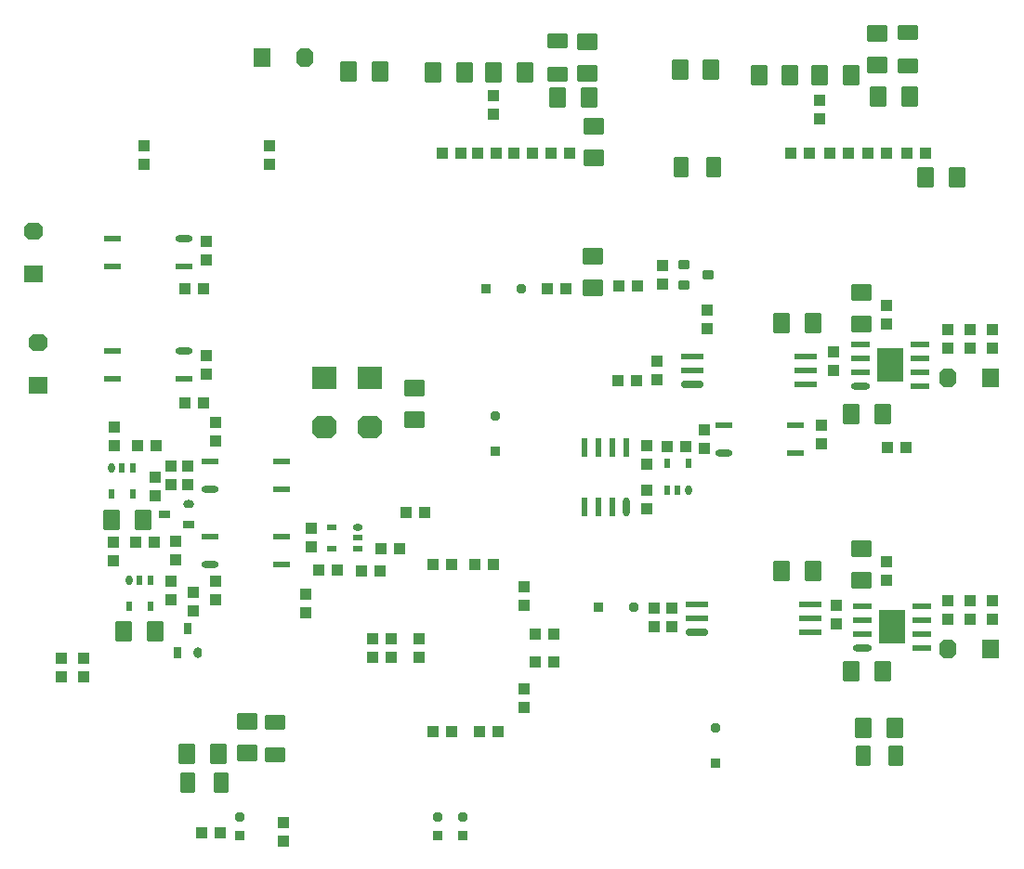
<source format=gbr>
%TF.GenerationSoftware,Altium Limited,Altium Designer,21.3.2 (30)*%
G04 Layer_Color=128*
%FSLAX26Y26*%
%MOIN*%
%TF.SameCoordinates,53465ED1-0DC7-484A-8DCD-68ECABD516C6*%
%TF.FilePolarity,Positive*%
%TF.FileFunction,Paste,Bot*%
%TF.Part,Single*%
G01*
G75*
%TA.AperFunction,SMDPad,CuDef*%
G04:AMPARAMS|DCode=51|XSize=40mil|YSize=40mil|CornerRadius=3mil|HoleSize=0mil|Usage=FLASHONLY|Rotation=0.000|XOffset=0mil|YOffset=0mil|HoleType=Round|Shape=RoundedRectangle|*
%AMROUNDEDRECTD51*
21,1,0.040000,0.034000,0,0,0.0*
21,1,0.034000,0.040000,0,0,0.0*
1,1,0.006000,0.017000,-0.017000*
1,1,0.006000,-0.017000,-0.017000*
1,1,0.006000,-0.017000,0.017000*
1,1,0.006000,0.017000,0.017000*
%
%ADD51ROUNDEDRECTD51*%
G04:AMPARAMS|DCode=52|XSize=35.433mil|YSize=35.433mil|CornerRadius=0mil|HoleSize=0mil|Usage=FLASHONLY|Rotation=0.000|XOffset=0mil|YOffset=0mil|HoleType=Round|Shape=Octagon|*
%AMOCTAGOND52*
4,1,8,0.017717,-0.008858,0.017717,0.008858,0.008858,0.017717,-0.008858,0.017717,-0.017717,0.008858,-0.017717,-0.008858,-0.008858,-0.017717,0.008858,-0.017717,0.017717,-0.008858,0.0*
%
%ADD52OCTAGOND52*%

%ADD53R,0.035433X0.035433*%
G04:AMPARAMS|DCode=54|XSize=31.496mil|YSize=39.37mil|CornerRadius=4.724mil|HoleSize=0mil|Usage=FLASHONLY|Rotation=270.000|XOffset=0mil|YOffset=0mil|HoleType=Round|Shape=RoundedRectangle|*
%AMROUNDEDRECTD54*
21,1,0.031496,0.029921,0,0,270.0*
21,1,0.022047,0.039370,0,0,270.0*
1,1,0.009449,-0.014961,-0.011024*
1,1,0.009449,-0.014961,0.011024*
1,1,0.009449,0.014961,0.011024*
1,1,0.009449,0.014961,-0.011024*
%
%ADD54ROUNDEDRECTD54*%
%ADD55O,0.062992X0.023622*%
%ADD56R,0.062992X0.023622*%
G04:AMPARAMS|DCode=57|XSize=40mil|YSize=40mil|CornerRadius=3mil|HoleSize=0mil|Usage=FLASHONLY|Rotation=270.000|XOffset=0mil|YOffset=0mil|HoleType=Round|Shape=RoundedRectangle|*
%AMROUNDEDRECTD57*
21,1,0.040000,0.034000,0,0,270.0*
21,1,0.034000,0.040000,0,0,270.0*
1,1,0.006000,-0.017000,-0.017000*
1,1,0.006000,-0.017000,0.017000*
1,1,0.006000,0.017000,0.017000*
1,1,0.006000,0.017000,-0.017000*
%
%ADD57ROUNDEDRECTD57*%
G04:AMPARAMS|DCode=58|XSize=63mil|YSize=71mil|CornerRadius=4.725mil|HoleSize=0mil|Usage=FLASHONLY|Rotation=90.000|XOffset=0mil|YOffset=0mil|HoleType=Round|Shape=RoundedRectangle|*
%AMROUNDEDRECTD58*
21,1,0.063000,0.061550,0,0,90.0*
21,1,0.053550,0.071000,0,0,90.0*
1,1,0.009450,0.030775,0.026775*
1,1,0.009450,0.030775,-0.026775*
1,1,0.009450,-0.030775,-0.026775*
1,1,0.009450,-0.030775,0.026775*
%
%ADD58ROUNDEDRECTD58*%
%ADD59R,0.035433X0.035433*%
G04:AMPARAMS|DCode=60|XSize=35.433mil|YSize=35.433mil|CornerRadius=0mil|HoleSize=0mil|Usage=FLASHONLY|Rotation=270.000|XOffset=0mil|YOffset=0mil|HoleType=Round|Shape=Octagon|*
%AMOCTAGOND60*
4,1,8,-0.008858,-0.017717,0.008858,-0.017717,0.017717,-0.008858,0.017717,0.008858,0.008858,0.017717,-0.008858,0.017717,-0.017717,0.008858,-0.017717,-0.008858,-0.008858,-0.017717,0.0*
%
%ADD60OCTAGOND60*%

%ADD61R,0.040000X0.030000*%
%ADD62O,0.040000X0.030000*%
%ADD63R,0.030000X0.040000*%
%ADD64O,0.030000X0.040000*%
%ADD65O,0.023622X0.035433*%
%ADD66R,0.023622X0.035433*%
%ADD67O,0.068898X0.023622*%
%ADD68R,0.068898X0.023622*%
%ADD69R,0.094488X0.122047*%
G04:AMPARAMS|DCode=70|XSize=23.622mil|YSize=80.709mil|CornerRadius=0mil|HoleSize=0mil|Usage=FLASHONLY|Rotation=270.000|XOffset=0mil|YOffset=0mil|HoleType=Round|Shape=Octagon|*
%AMOCTAGOND70*
4,1,8,0.040354,0.005906,0.040354,-0.005906,0.034449,-0.011811,-0.034449,-0.011811,-0.040354,-0.005906,-0.040354,0.005906,-0.034449,0.011811,0.034449,0.011811,0.040354,0.005906,0.0*
%
%ADD70OCTAGOND70*%

%ADD71R,0.080709X0.023622*%
%ADD72R,0.023622X0.068898*%
%ADD73O,0.023622X0.068898*%
G04:AMPARAMS|DCode=74|XSize=63mil|YSize=71mil|CornerRadius=4.725mil|HoleSize=0mil|Usage=FLASHONLY|Rotation=0.000|XOffset=0mil|YOffset=0mil|HoleType=Round|Shape=RoundedRectangle|*
%AMROUNDEDRECTD74*
21,1,0.063000,0.061550,0,0,0.0*
21,1,0.053550,0.071000,0,0,0.0*
1,1,0.009450,0.026775,-0.030775*
1,1,0.009450,-0.026775,-0.030775*
1,1,0.009450,-0.026775,0.030775*
1,1,0.009450,0.026775,0.030775*
%
%ADD74ROUNDEDRECTD74*%
%ADD75R,0.086614X0.080709*%
G04:AMPARAMS|DCode=76|XSize=86.614mil|YSize=80.709mil|CornerRadius=0mil|HoleSize=0mil|Usage=FLASHONLY|Rotation=0.000|XOffset=0mil|YOffset=0mil|HoleType=Round|Shape=Octagon|*
%AMOCTAGOND76*
4,1,8,0.043307,-0.020177,0.043307,0.020177,0.023130,0.040354,-0.023130,0.040354,-0.043307,0.020177,-0.043307,-0.020177,-0.023130,-0.040354,0.023130,-0.040354,0.043307,-0.020177,0.0*
%
%ADD76OCTAGOND76*%

%ADD77R,0.066929X0.062992*%
G04:AMPARAMS|DCode=78|XSize=66.929mil|YSize=62.992mil|CornerRadius=0mil|HoleSize=0mil|Usage=FLASHONLY|Rotation=0.000|XOffset=0mil|YOffset=0mil|HoleType=Round|Shape=Octagon|*
%AMOCTAGOND78*
4,1,8,0.033465,-0.015748,0.033465,0.015748,0.017717,0.031496,-0.017717,0.031496,-0.033465,0.015748,-0.033465,-0.015748,-0.017717,-0.031496,0.017717,-0.031496,0.033465,-0.015748,0.0*
%
%ADD78OCTAGOND78*%

G04:AMPARAMS|DCode=79|XSize=66.929mil|YSize=62.992mil|CornerRadius=0mil|HoleSize=0mil|Usage=FLASHONLY|Rotation=270.000|XOffset=0mil|YOffset=0mil|HoleType=Round|Shape=Octagon|*
%AMOCTAGOND79*
4,1,8,-0.015748,-0.033465,0.015748,-0.033465,0.031496,-0.017717,0.031496,0.017717,0.015748,0.033465,-0.015748,0.033465,-0.031496,0.017717,-0.031496,-0.017717,-0.015748,-0.033465,0.0*
%
%ADD79OCTAGOND79*%

%ADD80R,0.062992X0.066929*%
G04:AMPARAMS|DCode=81|XSize=35.433mil|YSize=33.465mil|CornerRadius=0mil|HoleSize=0mil|Usage=FLASHONLY|Rotation=0.000|XOffset=0mil|YOffset=0mil|HoleType=Round|Shape=Octagon|*
%AMOCTAGOND81*
4,1,8,0.017717,-0.008366,0.017717,0.008366,0.009351,0.016732,-0.009351,0.016732,-0.017717,0.008366,-0.017717,-0.008366,-0.009351,-0.016732,0.009351,-0.016732,0.017717,-0.008366,0.0*
%
%ADD81OCTAGOND81*%

%ADD82R,0.035433X0.033465*%
%ADD83R,0.035433X0.023622*%
%ADD84O,0.035433X0.023622*%
G04:AMPARAMS|DCode=85|XSize=55.118mil|YSize=70.866mil|CornerRadius=4.134mil|HoleSize=0mil|Usage=FLASHONLY|Rotation=90.000|XOffset=0mil|YOffset=0mil|HoleType=Round|Shape=RoundedRectangle|*
%AMROUNDEDRECTD85*
21,1,0.055118,0.062599,0,0,90.0*
21,1,0.046850,0.070866,0,0,90.0*
1,1,0.008268,0.031299,0.023425*
1,1,0.008268,0.031299,-0.023425*
1,1,0.008268,-0.031299,-0.023425*
1,1,0.008268,-0.031299,0.023425*
%
%ADD85ROUNDEDRECTD85*%
G04:AMPARAMS|DCode=86|XSize=55.118mil|YSize=70.866mil|CornerRadius=4.134mil|HoleSize=0mil|Usage=FLASHONLY|Rotation=0.000|XOffset=0mil|YOffset=0mil|HoleType=Round|Shape=RoundedRectangle|*
%AMROUNDEDRECTD86*
21,1,0.055118,0.062599,0,0,0.0*
21,1,0.046850,0.070866,0,0,0.0*
1,1,0.008268,0.023425,-0.031299*
1,1,0.008268,-0.023425,-0.031299*
1,1,0.008268,-0.023425,0.031299*
1,1,0.008268,0.023425,0.031299*
%
%ADD86ROUNDEDRECTD86*%
D51*
X2350000Y1936535D02*
D03*
Y2003465D02*
D03*
X2836535Y2596535D02*
D03*
Y2663465D02*
D03*
X2736535D02*
D03*
X2670000D02*
D03*
Y2596535D02*
D03*
X2736535D02*
D03*
X2430000Y2821929D02*
D03*
Y2755000D02*
D03*
X2450000Y2991535D02*
D03*
Y3058465D02*
D03*
X2106299Y3372047D02*
D03*
Y3438976D02*
D03*
X2075000Y3611535D02*
D03*
Y3678465D02*
D03*
X2007874Y3281496D02*
D03*
X1948819D02*
D03*
Y3214567D02*
D03*
X2007874D02*
D03*
X1965000Y3013465D02*
D03*
Y2946535D02*
D03*
X1948819Y2868110D02*
D03*
X2027559Y2828740D02*
D03*
Y2761811D02*
D03*
X1948819Y2801181D02*
D03*
X2106299D02*
D03*
Y2868110D02*
D03*
X1889764Y3175197D02*
D03*
Y3242126D02*
D03*
X1745000Y3356535D02*
D03*
Y3423465D02*
D03*
X1740000Y3008465D02*
D03*
Y2941535D02*
D03*
X1555118Y2592520D02*
D03*
Y2525590D02*
D03*
X1633858D02*
D03*
Y2592520D02*
D03*
X3215000Y2483465D02*
D03*
Y2416535D02*
D03*
Y2781535D02*
D03*
Y2848465D02*
D03*
X3680000Y2773465D02*
D03*
Y2706535D02*
D03*
X3745000D02*
D03*
Y2773465D02*
D03*
X3655000Y3130276D02*
D03*
Y3197205D02*
D03*
Y3290276D02*
D03*
Y3357205D02*
D03*
X3860000Y3346535D02*
D03*
Y3413465D02*
D03*
X3690167Y3591535D02*
D03*
Y3658465D02*
D03*
X3870000Y3776535D02*
D03*
Y3843465D02*
D03*
X3710000Y4003465D02*
D03*
Y3936535D02*
D03*
X4280000Y3363071D02*
D03*
Y3430000D02*
D03*
X4325167Y3626535D02*
D03*
X4515000Y3791535D02*
D03*
Y3858465D02*
D03*
X4325167Y3693465D02*
D03*
X4735167Y3706535D02*
D03*
Y3773465D02*
D03*
X4815167D02*
D03*
Y3706535D02*
D03*
X4895167D02*
D03*
Y3773465D02*
D03*
X4275000Y4528525D02*
D03*
Y4595455D02*
D03*
X3105000Y4613465D02*
D03*
Y4546535D02*
D03*
X2300000Y4433465D02*
D03*
Y4366535D02*
D03*
X2075000Y4088465D02*
D03*
Y4021535D02*
D03*
X1850000Y4366535D02*
D03*
Y4433465D02*
D03*
X4335000Y2783465D02*
D03*
Y2716535D02*
D03*
X4515000Y2871535D02*
D03*
Y2938465D02*
D03*
X4735000Y2798465D02*
D03*
Y2731535D02*
D03*
X4815000D02*
D03*
Y2798465D02*
D03*
X4895000D02*
D03*
Y2731535D02*
D03*
D52*
X3110000Y3463976D02*
D03*
X3900000Y2343976D02*
D03*
D53*
X3110000Y3336024D02*
D03*
X3900000Y2216024D02*
D03*
D54*
X3873307Y3970000D02*
D03*
X3786693Y4007401D02*
D03*
Y3932598D02*
D03*
D55*
X2087047Y2930000D02*
D03*
Y3200000D02*
D03*
X1992953Y3695000D02*
D03*
Y4100000D02*
D03*
X3932047Y3330000D02*
D03*
D56*
X2342953Y2930000D02*
D03*
Y3030000D02*
D03*
Y3200000D02*
D03*
Y3300000D02*
D03*
X2087047D02*
D03*
Y3030000D02*
D03*
X1992953Y3595000D02*
D03*
X1737047Y3695000D02*
D03*
Y3595000D02*
D03*
X1992953Y4000000D02*
D03*
X1737047D02*
D03*
Y4100000D02*
D03*
X3932047Y3430000D02*
D03*
X4187953Y3330000D02*
D03*
Y3430000D02*
D03*
D57*
X2056535Y1965000D02*
D03*
X2123465D02*
D03*
X2886535Y2330000D02*
D03*
X2953465D02*
D03*
X3053071D02*
D03*
X3120000D02*
D03*
X3253071Y2580000D02*
D03*
X3320000D02*
D03*
Y2680000D02*
D03*
X3253071D02*
D03*
X3103465Y2930000D02*
D03*
X3036535D02*
D03*
X2953465D02*
D03*
X2886535D02*
D03*
X2768465Y2985000D02*
D03*
X2701535D02*
D03*
X2698465Y2905000D02*
D03*
X2631535D02*
D03*
X2543465Y2910000D02*
D03*
X2476535D02*
D03*
X2791535Y3115000D02*
D03*
X2858465D02*
D03*
X3551535Y3590000D02*
D03*
X3618465D02*
D03*
X3726535Y3353740D02*
D03*
X3793465D02*
D03*
X3620000Y3930000D02*
D03*
X3553071D02*
D03*
X3363465Y3920000D02*
D03*
X3296535D02*
D03*
X3311535Y4405000D02*
D03*
X3378465D02*
D03*
X3243465D02*
D03*
X3176535D02*
D03*
X3113465D02*
D03*
X3046535D02*
D03*
X2988465D02*
D03*
X2921535D02*
D03*
X2063465Y3920000D02*
D03*
X1996535D02*
D03*
Y3510000D02*
D03*
X2063465D02*
D03*
X1893465Y3355000D02*
D03*
X1826535D02*
D03*
X1821535Y3010000D02*
D03*
X1888465D02*
D03*
X4171535Y4405000D02*
D03*
X4238465D02*
D03*
X4309545D02*
D03*
X4376475D02*
D03*
X4447555D02*
D03*
X4514485D02*
D03*
X4586535D02*
D03*
X4653465D02*
D03*
X4516535Y3350000D02*
D03*
X4583465D02*
D03*
D58*
X2220000Y2254000D02*
D03*
Y2366000D02*
D03*
X2820000Y3449000D02*
D03*
Y3561000D02*
D03*
X3460000Y3924000D02*
D03*
Y4036000D02*
D03*
X3465000Y4389000D02*
D03*
Y4501000D02*
D03*
X3440000Y4694000D02*
D03*
Y4806000D02*
D03*
X4425000Y3906000D02*
D03*
Y3794000D02*
D03*
Y2986000D02*
D03*
Y2874000D02*
D03*
X4480000Y4724000D02*
D03*
Y4836000D02*
D03*
D59*
X3481024Y2775000D02*
D03*
X3076024Y3920000D02*
D03*
D60*
X3608976Y2775000D02*
D03*
X3203976Y3920000D02*
D03*
D61*
X2011811Y3072834D02*
D03*
X1925197Y3110236D02*
D03*
D62*
X2011811Y3147638D02*
D03*
D63*
X1970472Y2614173D02*
D03*
X2007874Y2700787D02*
D03*
D64*
X2045276Y2614173D02*
D03*
D65*
X1797598Y2872244D02*
D03*
X1734252Y3275591D02*
D03*
X3802402Y3196496D02*
D03*
D66*
X1797598Y2777756D02*
D03*
X1872401D02*
D03*
Y2872244D02*
D03*
X1835000D02*
D03*
X1809055Y3181102D02*
D03*
Y3275591D02*
D03*
X1771653D02*
D03*
X1734252Y3181102D02*
D03*
X3727599Y3196496D02*
D03*
X3765000D02*
D03*
X3727599Y3290984D02*
D03*
X3802402D02*
D03*
D67*
X4422205Y3570000D02*
D03*
X4428701Y2630000D02*
D03*
D68*
X4422205Y3620000D02*
D03*
Y3670000D02*
D03*
Y3720000D02*
D03*
X4634803Y3670000D02*
D03*
Y3620000D02*
D03*
Y3570000D02*
D03*
Y3720000D02*
D03*
X4428701Y2780000D02*
D03*
Y2730000D02*
D03*
Y2680000D02*
D03*
X4641299Y2630000D02*
D03*
Y2680000D02*
D03*
Y2730000D02*
D03*
Y2780000D02*
D03*
D69*
X4535000Y2705000D02*
D03*
X4528504Y3645000D02*
D03*
D70*
X3834488Y2685000D02*
D03*
X3817412Y3575000D02*
D03*
D71*
X3834488Y2735000D02*
D03*
Y2785000D02*
D03*
X4240000D02*
D03*
Y2735000D02*
D03*
Y2685000D02*
D03*
X4222923Y3575000D02*
D03*
Y3625000D02*
D03*
Y3675000D02*
D03*
X3817412D02*
D03*
Y3625000D02*
D03*
D72*
X3430000Y3137441D02*
D03*
X3480000D02*
D03*
X3530000D02*
D03*
X3580000Y3350039D02*
D03*
X3530000D02*
D03*
X3480000D02*
D03*
X3430000D02*
D03*
D73*
X3580000Y3137441D02*
D03*
D74*
X2116000Y2250000D02*
D03*
X2004000D02*
D03*
X1891000Y2690000D02*
D03*
X1779000D02*
D03*
X1847339Y3090551D02*
D03*
X1735339D02*
D03*
X3334000Y4605000D02*
D03*
X3446000D02*
D03*
X3773000Y4705000D02*
D03*
X3885000D02*
D03*
X4055990Y4685000D02*
D03*
X4167990D02*
D03*
X4274000D02*
D03*
X4386000D02*
D03*
X4484000Y4610000D02*
D03*
X4596000D02*
D03*
X4654000Y4320000D02*
D03*
X4766000D02*
D03*
X4251000Y3795000D02*
D03*
X4139000D02*
D03*
X4389000Y3470000D02*
D03*
X4501000D02*
D03*
X4251000Y2905000D02*
D03*
X4139000D02*
D03*
X4389000Y2545000D02*
D03*
X4501000D02*
D03*
X4544189Y2342520D02*
D03*
X4432189D02*
D03*
X3216000Y4695000D02*
D03*
X3104000D02*
D03*
X3001000D02*
D03*
X2889000D02*
D03*
X2696000Y4700000D02*
D03*
X2584000D02*
D03*
D75*
X2660000Y3598583D02*
D03*
X2496447D02*
D03*
D76*
X2660000Y3421417D02*
D03*
X2496447D02*
D03*
D77*
X1470000Y3574213D02*
D03*
X1455000Y3974213D02*
D03*
D78*
X1470000Y3725787D02*
D03*
X1455000Y4125787D02*
D03*
D79*
X4734213Y2625000D02*
D03*
X4734380Y3600000D02*
D03*
X2425787Y4750000D02*
D03*
D80*
X2274213Y4750000D02*
D03*
X4885787Y2625000D02*
D03*
X4885955Y3600000D02*
D03*
D81*
X2195000Y2022480D02*
D03*
X2905000D02*
D03*
X2995000D02*
D03*
D82*
X2195000Y1957520D02*
D03*
X2905000D02*
D03*
X2995000D02*
D03*
D83*
X2522756Y2987599D02*
D03*
Y3062402D02*
D03*
X2617244Y3025000D02*
D03*
Y2987599D02*
D03*
D84*
X2617244Y3062402D02*
D03*
D85*
X2320000Y2245945D02*
D03*
Y2364055D02*
D03*
X3335000Y4690945D02*
D03*
Y4809055D02*
D03*
X4590000Y4720945D02*
D03*
Y4839055D02*
D03*
D86*
X2125984Y2145669D02*
D03*
X2007874D02*
D03*
X3894055Y4355000D02*
D03*
X3775945D02*
D03*
X4429134Y2244095D02*
D03*
X4547244D02*
D03*
%TF.MD5,27adfd535a069568263e43ab4b2d3179*%
M02*

</source>
